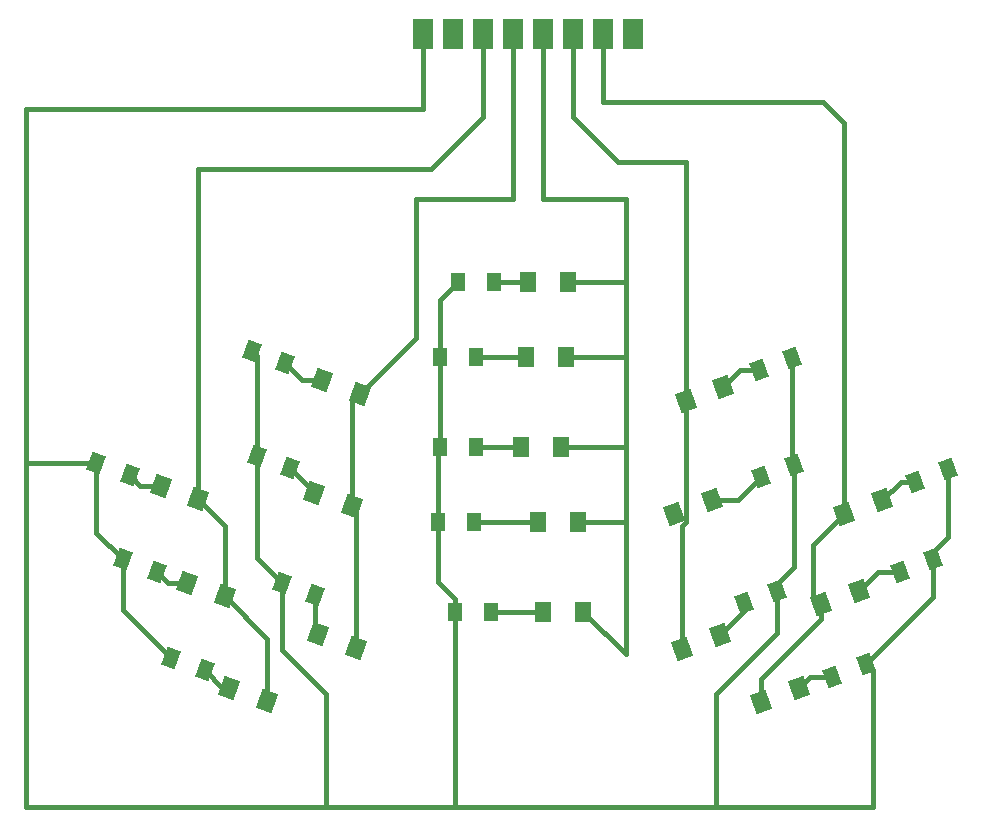
<source format=gbr>
%TF.GenerationSoftware,KiCad,Pcbnew,9.0.5*%
%TF.CreationDate,2025-12-10T14:26:11-05:00*%
%TF.ProjectId,finalprojectv2,66696e61-6c70-4726-9f6a-65637476322e,rev?*%
%TF.SameCoordinates,Original*%
%TF.FileFunction,Copper,L1,Top*%
%TF.FilePolarity,Positive*%
%FSLAX46Y46*%
G04 Gerber Fmt 4.6, Leading zero omitted, Abs format (unit mm)*
G04 Created by KiCad (PCBNEW 9.0.5) date 2025-12-10 14:26:11*
%MOMM*%
%LPD*%
G01*
G04 APERTURE LIST*
G04 Aperture macros list*
%AMRotRect*
0 Rectangle, with rotation*
0 The origin of the aperture is its center*
0 $1 length*
0 $2 width*
0 $3 Rotation angle, in degrees counterclockwise*
0 Add horizontal line*
21,1,$1,$2,0,0,$3*%
G04 Aperture macros list end*
%TA.AperFunction,SMDPad,CuDef*%
%ADD10RotRect,1.400000X1.700000X20.000000*%
%TD*%
%TA.AperFunction,SMDPad,CuDef*%
%ADD11R,1.200000X1.600000*%
%TD*%
%TA.AperFunction,SMDPad,CuDef*%
%ADD12R,1.400000X1.700000*%
%TD*%
%TA.AperFunction,SMDPad,CuDef*%
%ADD13RotRect,1.200000X1.600000X20.000000*%
%TD*%
%TA.AperFunction,SMDPad,CuDef*%
%ADD14RotRect,1.400000X1.700000X160.000000*%
%TD*%
%TA.AperFunction,SMDPad,CuDef*%
%ADD15RotRect,1.200000X1.600000X340.000000*%
%TD*%
%TA.AperFunction,SMDPad,CuDef*%
%ADD16R,1.700000X2.500000*%
%TD*%
%TA.AperFunction,Conductor*%
%ADD17C,0.400000*%
%TD*%
G04 APERTURE END LIST*
D10*
%TO.P,D9,1,K*%
%TO.N,/Yel_Right*%
X152707523Y-109801434D03*
%TO.P,D9,2,A*%
%TO.N,Net-(D9-A)*%
X155902477Y-108638566D03*
%TD*%
D11*
%TO.P,R7,1*%
%TO.N,Net-(D13-A)*%
X136755000Y-78740000D03*
%TO.P,R7,2*%
%TO.N,/3V3*%
X133755000Y-78740000D03*
%TD*%
%TO.P,R10,1*%
%TO.N,Net-(D16-A)*%
X135080000Y-99060000D03*
%TO.P,R10,2*%
%TO.N,/3V3*%
X132080000Y-99060000D03*
%TD*%
D12*
%TO.P,D16,1,K*%
%TO.N,/Green*%
X143940000Y-99060000D03*
%TO.P,D16,2,A*%
%TO.N,Net-(D16-A)*%
X140540000Y-99060000D03*
%TD*%
D13*
%TO.P,R12,1*%
%TO.N,Net-(D8-A)*%
X159245461Y-86238030D03*
%TO.P,R12,2*%
%TO.N,/3V3*%
X162064539Y-85211970D03*
%TD*%
%TO.P,R15,1*%
%TO.N,Net-(D11-A)*%
X172440922Y-95641060D03*
%TO.P,R15,2*%
%TO.N,/3V3*%
X175260000Y-94615000D03*
%TD*%
D12*
%TO.P,D13,1,K*%
%TO.N,/Green*%
X143100000Y-78740000D03*
%TO.P,D13,2,A*%
%TO.N,Net-(D13-A)*%
X139700000Y-78740000D03*
%TD*%
D14*
%TO.P,D2,1,K*%
%TO.N,/Red_Left*%
X113992477Y-105356434D03*
%TO.P,D2,2,A*%
%TO.N,Net-(D2-A)*%
X110797523Y-104193566D03*
%TD*%
%TO.P,D1,1,K*%
%TO.N,/Red_Left*%
X111760000Y-97155000D03*
%TO.P,D1,2,A*%
%TO.N,Net-(D1-A)*%
X108565046Y-95992132D03*
%TD*%
D12*
%TO.P,D15,1,K*%
%TO.N,/Green*%
X142465000Y-92710000D03*
%TO.P,D15,2,A*%
%TO.N,Net-(D15-A)*%
X139065000Y-92710000D03*
%TD*%
D15*
%TO.P,R4,1*%
%TO.N,/3V3*%
X116295461Y-84576970D03*
%TO.P,R4,2*%
%TO.N,Net-(D6-A)*%
X119114539Y-85603030D03*
%TD*%
D10*
%TO.P,D7,1,K*%
%TO.N,/Yel_Right*%
X152072523Y-98371434D03*
%TO.P,D7,2,A*%
%TO.N,Net-(D7-A)*%
X155267477Y-97208566D03*
%TD*%
D15*
%TO.P,R2,1*%
%TO.N,/3V3*%
X105410000Y-102235000D03*
%TO.P,R2,2*%
%TO.N,Net-(D2-A)*%
X108229078Y-103261060D03*
%TD*%
D10*
%TO.P,D8,1,K*%
%TO.N,/Yel_Right*%
X153015046Y-88792868D03*
%TO.P,D8,2,A*%
%TO.N,Net-(D8-A)*%
X156210000Y-87630000D03*
%TD*%
D13*
%TO.P,R16,1*%
%TO.N,Net-(D10-A)*%
X171170922Y-103261060D03*
%TO.P,R16,2*%
%TO.N,/3V3*%
X173990000Y-102235000D03*
%TD*%
D12*
%TO.P,D17,1,K*%
%TO.N,/Green*%
X144370000Y-106680000D03*
%TO.P,D17,2,A*%
%TO.N,Net-(D17-A)*%
X140970000Y-106680000D03*
%TD*%
D13*
%TO.P,R14,1*%
%TO.N,Net-(D9-A)*%
X157975461Y-105923030D03*
%TO.P,R14,2*%
%TO.N,/3V3*%
X160794539Y-104896970D03*
%TD*%
D11*
%TO.P,R11,1*%
%TO.N,Net-(D17-A)*%
X136525000Y-106680000D03*
%TO.P,R11,2*%
%TO.N,/3V3*%
X133525000Y-106680000D03*
%TD*%
D14*
%TO.P,D4,1,K*%
%TO.N,/Yel_Left*%
X124787477Y-97736434D03*
%TO.P,D4,2,A*%
%TO.N,Net-(D4-A)*%
X121592523Y-96573566D03*
%TD*%
%TO.P,D5,1,K*%
%TO.N,/Yel_Left*%
X125114954Y-109747868D03*
%TO.P,D5,2,A*%
%TO.N,Net-(D5-A)*%
X121920000Y-108585000D03*
%TD*%
D11*
%TO.P,R8,1*%
%TO.N,Net-(D14-A)*%
X135255000Y-85090000D03*
%TO.P,R8,2*%
%TO.N,/3V3*%
X132255000Y-85090000D03*
%TD*%
D15*
%TO.P,R3,1*%
%TO.N,/3V3*%
X109485461Y-110611970D03*
%TO.P,R3,2*%
%TO.N,Net-(D3-A)*%
X112304539Y-111638030D03*
%TD*%
D13*
%TO.P,R13,1*%
%TO.N,Net-(D7-A)*%
X159385000Y-95250000D03*
%TO.P,R13,2*%
%TO.N,/3V3*%
X162204078Y-94223940D03*
%TD*%
D14*
%TO.P,D6,1,K*%
%TO.N,/Yel_Left*%
X125422477Y-88211434D03*
%TO.P,D6,2,A*%
%TO.N,Net-(D6-A)*%
X122227523Y-87048566D03*
%TD*%
D15*
%TO.P,R5,1*%
%TO.N,/3V3*%
X116700461Y-93466970D03*
%TO.P,R5,2*%
%TO.N,Net-(D4-A)*%
X119519539Y-94493030D03*
%TD*%
D12*
%TO.P,D14,1,K*%
%TO.N,/Green*%
X142875000Y-85090000D03*
%TO.P,D14,2,A*%
%TO.N,Net-(D14-A)*%
X139475000Y-85090000D03*
%TD*%
D11*
%TO.P,R9,1*%
%TO.N,Net-(D15-A)*%
X135255000Y-92710000D03*
%TO.P,R9,2*%
%TO.N,/3V3*%
X132255000Y-92710000D03*
%TD*%
D10*
%TO.P,D11,1,K*%
%TO.N,/Red_Right*%
X166472523Y-98371434D03*
%TO.P,D11,2,A*%
%TO.N,Net-(D11-A)*%
X169667477Y-97208566D03*
%TD*%
D15*
%TO.P,R6,1*%
%TO.N,/3V3*%
X118835461Y-104261970D03*
%TO.P,R6,2*%
%TO.N,Net-(D5-A)*%
X121654539Y-105288030D03*
%TD*%
D10*
%TO.P,D10,1,K*%
%TO.N,/Red_Right*%
X164465000Y-106045000D03*
%TO.P,D10,2,A*%
%TO.N,Net-(D10-A)*%
X167659954Y-104882132D03*
%TD*%
D13*
%TO.P,R17,1*%
%TO.N,Net-(D12-A)*%
X165455922Y-112151060D03*
%TO.P,R17,2*%
%TO.N,/3V3*%
X168275000Y-111125000D03*
%TD*%
D10*
%TO.P,D12,1,K*%
%TO.N,/Red_Right*%
X159385000Y-114300000D03*
%TO.P,D12,2,A*%
%TO.N,Net-(D12-A)*%
X162579954Y-113137132D03*
%TD*%
D15*
%TO.P,R1,1*%
%TO.N,/3V3*%
X103135461Y-94101970D03*
%TO.P,R1,2*%
%TO.N,Net-(D1-A)*%
X105954539Y-95128030D03*
%TD*%
D14*
%TO.P,D3,1,K*%
%TO.N,/Red_Left*%
X117597477Y-114246434D03*
%TO.P,D3,2,A*%
%TO.N,Net-(D3-A)*%
X114402523Y-113083566D03*
%TD*%
D16*
%TO.P,J1,1,Pin_1*%
%TO.N,/3V3*%
X130810000Y-57785000D03*
%TO.P,J1,2,Pin_2*%
%TO.N,/Gnd*%
X133350000Y-57785000D03*
%TO.P,J1,3,Pin_3*%
%TO.N,/Red_Left*%
X135890000Y-57785000D03*
%TO.P,J1,4,Pin_4*%
%TO.N,/Yel_Left*%
X138430000Y-57785000D03*
%TO.P,J1,5,Pin_5*%
%TO.N,/Green*%
X140970000Y-57785000D03*
%TO.P,J1,6,Pin_6*%
%TO.N,/Yel_Right*%
X143510000Y-57785000D03*
%TO.P,J1,7,Pin_7*%
%TO.N,/Red_Right*%
X146050000Y-57785000D03*
%TO.P,J1,8,Pin_8*%
%TO.N,unconnected-(J1-Pin_8-Pad8)*%
X148590000Y-57785000D03*
%TD*%
D17*
%TO.N,/3V3*%
X133525000Y-106680000D02*
X133525000Y-105585000D01*
X97276970Y-94101970D02*
X97155000Y-93980000D01*
X133525000Y-105585000D02*
X132080000Y-104140000D01*
X162064539Y-94084401D02*
X162204078Y-94223940D01*
X118835461Y-104261970D02*
X118835461Y-109945461D01*
X103135461Y-99960461D02*
X103135461Y-94101970D01*
X173990000Y-101600000D02*
X175260000Y-100330000D01*
X160794539Y-104279539D02*
X162204078Y-102870000D01*
X160794539Y-104896970D02*
X160794539Y-104279539D01*
X168275000Y-111125000D02*
X168910000Y-111760000D01*
X155575000Y-123190000D02*
X168910000Y-123190000D01*
X116700461Y-102126970D02*
X116700461Y-93466970D01*
X133525000Y-106680000D02*
X133525000Y-123015000D01*
X132080000Y-92885000D02*
X132255000Y-92710000D01*
X132255000Y-80240000D02*
X133755000Y-78740000D01*
X175260000Y-100330000D02*
X175260000Y-94615000D01*
X160794539Y-108445461D02*
X155575000Y-113665000D01*
X97155000Y-93980000D02*
X97155000Y-123190000D01*
X105410000Y-106536509D02*
X105410000Y-102235000D01*
X118835461Y-109945461D02*
X122555000Y-113665000D01*
X162204078Y-102870000D02*
X162204078Y-94223940D01*
X162064539Y-85211970D02*
X162064539Y-94084401D01*
X109485461Y-110611970D02*
X105410000Y-106536509D01*
X133525000Y-123015000D02*
X133350000Y-123190000D01*
X132080000Y-104140000D02*
X132080000Y-99060000D01*
X132255000Y-85090000D02*
X132255000Y-80240000D01*
X162294539Y-85441970D02*
X162064539Y-85211970D01*
X160794539Y-104896970D02*
X160794539Y-108445461D01*
X122555000Y-123190000D02*
X133350000Y-123190000D01*
X130810000Y-57785000D02*
X130810000Y-64135000D01*
X103135461Y-94101970D02*
X97276970Y-94101970D01*
X122555000Y-113665000D02*
X122555000Y-123190000D01*
X116700461Y-93466970D02*
X116700461Y-84981970D01*
X97155000Y-123190000D02*
X122555000Y-123190000D01*
X105410000Y-102235000D02*
X103135461Y-99960461D01*
X118835461Y-104261970D02*
X116700461Y-102126970D01*
X130810000Y-64135000D02*
X97155000Y-64135000D01*
X168275000Y-111125000D02*
X173990000Y-105410000D01*
X132255000Y-92710000D02*
X132255000Y-85090000D01*
X133350000Y-123190000D02*
X155575000Y-123190000D01*
X116700461Y-84981970D02*
X116295461Y-84576970D01*
X168910000Y-111760000D02*
X168910000Y-123190000D01*
X97155000Y-64135000D02*
X97155000Y-93980000D01*
X155575000Y-113665000D02*
X155575000Y-123190000D01*
X173990000Y-105410000D02*
X173990000Y-101600000D01*
X132080000Y-99060000D02*
X132080000Y-92885000D01*
%TO.N,/Red_Left*%
X117597477Y-114246434D02*
X117597477Y-108961434D01*
X131445000Y-69215000D02*
X135890000Y-64770000D01*
X113992477Y-99387477D02*
X111760000Y-97155000D01*
X111760000Y-69215000D02*
X131445000Y-69215000D01*
X111760000Y-97155000D02*
X111760000Y-69215000D01*
X113992477Y-105356434D02*
X113992477Y-99387477D01*
X117597477Y-108961434D02*
X113992477Y-105356434D01*
X135890000Y-64770000D02*
X135890000Y-57785000D01*
%TO.N,Net-(D2-A)*%
X109161584Y-104193566D02*
X110797523Y-104193566D01*
X108229078Y-103261060D02*
X109161584Y-104193566D01*
%TO.N,Net-(D3-A)*%
X112304539Y-111638030D02*
X113750075Y-113083566D01*
X113750075Y-113083566D02*
X114402523Y-113083566D01*
%TO.N,Net-(D4-A)*%
X121592523Y-96566014D02*
X121592523Y-96573566D01*
X119519539Y-94493030D02*
X121592523Y-96566014D01*
%TO.N,/Yel_Left*%
X130175000Y-83458911D02*
X130175000Y-71755000D01*
X124787477Y-97736434D02*
X124787477Y-88846434D01*
X138430000Y-71755000D02*
X138430000Y-57785000D01*
X130175000Y-71755000D02*
X138430000Y-71755000D01*
X125422477Y-88211434D02*
X130175000Y-83458911D01*
X124787477Y-88846434D02*
X125422477Y-88211434D01*
X125114954Y-109747868D02*
X125114954Y-98063911D01*
X125114954Y-98063911D02*
X124787477Y-97736434D01*
%TO.N,Net-(D6-A)*%
X120560075Y-87048566D02*
X122227523Y-87048566D01*
X119114539Y-85603030D02*
X120560075Y-87048566D01*
%TO.N,Net-(D7-A)*%
X157426434Y-97208566D02*
X155267477Y-97208566D01*
X159385000Y-95250000D02*
X157426434Y-97208566D01*
%TO.N,/Yel_Right*%
X143510000Y-64770000D02*
X147320000Y-68580000D01*
X153035000Y-68580000D02*
X153035000Y-99060000D01*
X152707523Y-99387477D02*
X152707523Y-109801434D01*
X153035000Y-99060000D02*
X152707523Y-99387477D01*
X143510000Y-57785000D02*
X143510000Y-64770000D01*
X147320000Y-68580000D02*
X153035000Y-68580000D01*
%TO.N,Net-(D8-A)*%
X156210000Y-87630000D02*
X157601970Y-86238030D01*
X157601970Y-86238030D02*
X159245461Y-86238030D01*
%TO.N,Net-(D9-A)*%
X155902477Y-108638566D02*
X157975461Y-106565582D01*
X157975461Y-106565582D02*
X157975461Y-105923030D01*
%TO.N,Net-(D10-A)*%
X167659954Y-104882132D02*
X169281026Y-103261060D01*
X169281026Y-103261060D02*
X171170922Y-103261060D01*
%TO.N,/Red_Right*%
X163830000Y-105410000D02*
X164465000Y-106045000D01*
X159385000Y-112395000D02*
X159385000Y-114300000D01*
X146050000Y-63500000D02*
X146050000Y-57785000D01*
X166472523Y-65302477D02*
X164670046Y-63500000D01*
X164465000Y-106045000D02*
X164465000Y-107315000D01*
X164465000Y-107315000D02*
X159385000Y-112395000D01*
X163830000Y-101013957D02*
X163830000Y-105410000D01*
X166472523Y-98371434D02*
X166472523Y-65302477D01*
X166472523Y-98371434D02*
X163830000Y-101013957D01*
X164670046Y-63500000D02*
X146050000Y-63500000D01*
%TO.N,Net-(D11-A)*%
X171234983Y-95641060D02*
X172440922Y-95641060D01*
X169667477Y-97208566D02*
X171234983Y-95641060D01*
%TO.N,Net-(D12-A)*%
X163566026Y-112151060D02*
X165455922Y-112151060D01*
X162579954Y-113137132D02*
X163566026Y-112151060D01*
%TO.N,Net-(D13-A)*%
X136755000Y-78740000D02*
X139700000Y-78740000D01*
%TO.N,/Green*%
X147955000Y-92710000D02*
X147955000Y-85090000D01*
X143100000Y-84865000D02*
X142875000Y-85090000D01*
X142465000Y-92710000D02*
X147955000Y-92710000D01*
X143100000Y-78740000D02*
X147955000Y-78740000D01*
X147955000Y-99060000D02*
X147955000Y-92710000D01*
X140970000Y-57785000D02*
X140970000Y-71755000D01*
X147955000Y-71755000D02*
X147955000Y-78740000D01*
X147955000Y-85090000D02*
X147955000Y-78740000D01*
X147955000Y-110265000D02*
X147955000Y-99060000D01*
X142875000Y-85090000D02*
X147955000Y-85090000D01*
X143940000Y-106250000D02*
X144370000Y-106680000D01*
X140970000Y-71755000D02*
X147955000Y-71755000D01*
X143940000Y-99060000D02*
X147955000Y-99060000D01*
X144370000Y-106680000D02*
X147955000Y-110265000D01*
%TO.N,Net-(D14-A)*%
X135255000Y-85090000D02*
X139475000Y-85090000D01*
%TO.N,Net-(D15-A)*%
X135255000Y-92710000D02*
X139065000Y-92710000D01*
%TO.N,Net-(D16-A)*%
X135080000Y-99060000D02*
X140540000Y-99060000D01*
%TO.N,Net-(D17-A)*%
X136525000Y-106680000D02*
X140970000Y-106680000D01*
%TO.N,Net-(D1-A)*%
X105954539Y-95128030D02*
X106818641Y-95992132D01*
X106818641Y-95992132D02*
X108565046Y-95992132D01*
%TO.N,Net-(D5-A)*%
X121654539Y-108319539D02*
X121920000Y-108585000D01*
X121654539Y-105288030D02*
X121654539Y-108319539D01*
%TD*%
M02*

</source>
